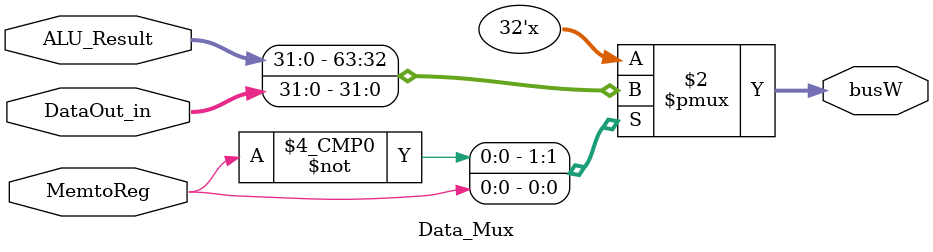
<source format=v>
module Data_Mux(
    input [31:0] DataOut_in,
    input [31:0] ALU_Result,
    input MemtoReg,
    output reg [31:0] busW
);

    always @(*) begin
        case(MemtoReg)
            1'b0: busW = ALU_Result;
            1'b1: busW = DataOut_in;
            default: busW = 32'b0;
        endcase
    end

endmodule
</source>
